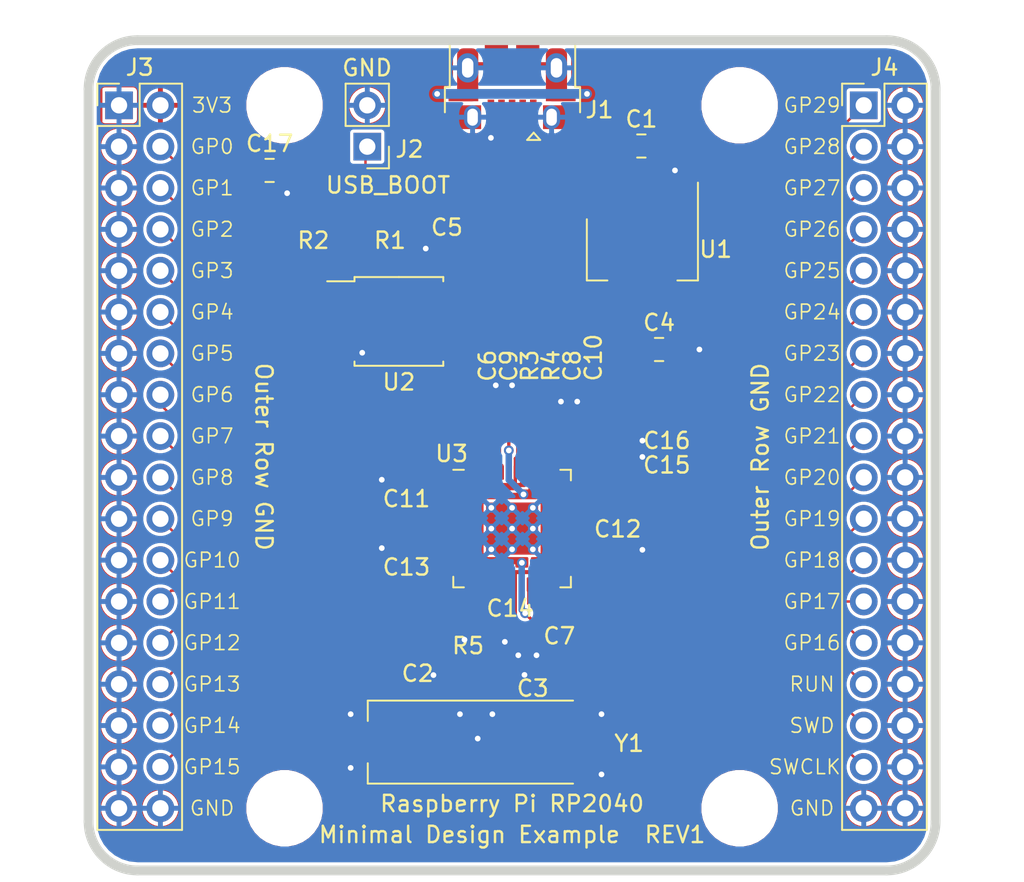
<source format=kicad_pcb>
(kicad_pcb (version 20211014) (generator pcbnew)
  (title_block (title "RP2040 Minimal Design Example") (date "2020-07-13") (rev "REV1") (company "Raspberry Pi (Trading) Ltd"))
  (layers (0 "F.Cu" signal) (31 "B.Cu" signal) (34 "B.Paste" user) (35 "F.Paste" user) (36 "B.SilkS" user "B.Silkscreen") (37 "F.SilkS" user "F.Silkscreen") (38 "B.Mask" user) (39 "F.Mask" user) (44 "Edge.Cuts" user))
  (net 0 "")
  (net 1 "GND")
  (net 2 "VBUS")
  (net 3 "/XIN")
  (net 4 "/XOUT")
  (net 5 "+3V3")
  (net 6 "+1V1")
  (net 7 "Net-(J1-Pad4)")
  (net 8 "/~{USB_BOOT}")
  (net 9 "/GPIO15")
  (net 10 "/GPIO14")
  (net 11 "/GPIO13")
  (net 12 "/GPIO12")
  (net 13 "/GPIO11")
  (net 14 "/GPIO10")
  (net 15 "/GPIO9")
  (net 16 "/GPIO8")
  (net 17 "/GPIO7")
  (net 18 "/GPIO6")
  (net 19 "/GPIO5")
  (net 20 "/GPIO4")
  (net 21 "/GPIO3")
  (net 22 "/GPIO2")
  (net 23 "/GPIO1")
  (net 24 "/GPIO0")
  (net 25 "/GPIO29_ADC3")
  (net 26 "/GPIO28_ADC2")
  (net 27 "/GPIO27_ADC1")
  (net 28 "/GPIO26_ADC0")
  (net 29 "/GPIO25")
  (net 30 "/GPIO24")
  (net 31 "/GPIO23")
  (net 32 "/GPIO22")
  (net 33 "/GPIO21")
  (net 34 "/GPIO20")
  (net 35 "/GPIO19")
  (net 36 "/GPIO18")
  (net 37 "/GPIO17")
  (net 38 "/GPIO16")
  (net 39 "/RUN")
  (net 40 "/SWD")
  (net 41 "/SWCLK")
  (net 42 "/QSPI_SS")
  (net 43 "Net-(R3-Pad2)")
  (net 44 "Net-(R4-Pad2)")
  (net 45 "/QSPI_SD3")
  (net 46 "/QSPI_SCLK")
  (net 47 "/QSPI_SD0")
  (net 48 "/QSPI_SD2")
  (net 49 "/QSPI_SD1")
  (net 50 "/USB_D+")
  (net 51 "/USB_D-")
  (net 52 "Net-(C3-Pad1)")
  (footprint "Capacitor_SMD:C_0805_2012Metric" (layer "F.Cu") (at 109.025 89)
    (fp_text reference "C4")
    (fp_text value "10u")
  )
  (footprint "RP2040_minimal:USB_Micro-B_Amphenol_10103594-0001LF_Horizontal_modified" (layer "F.Cu") (at 100 71.7 180)
    (fp_text reference "J1")
    (fp_text value "USB_B_Micro")
  )
  (footprint "Connector_PinHeader_2.54mm:PinHeader_1x02_P2.54mm_Vertical" (layer "F.Cu") (at 91.11 76.54 180)
    (fp_text reference "J2")
    (fp_text value "Conn_01x02")
  )
  (footprint "Connector_PinHeader_2.54mm:PinHeader_2x18_P2.54mm_Vertical" (layer "F.Cu") (at 75.87 74)
    (fp_text reference "J3")
    (fp_text value "Conn_02x18_Odd_Even")
  )
  (footprint "Capacitor_SMD:C_0402_1005Metric" (layer "F.Cu") (at 104 93.515 90)
    (fp_text reference "C10")
    (fp_text value "1u")
  )
  (footprint "Capacitor_SMD:C_0402_1005Metric" (layer "F.Cu") (at 103 93.515 90)
    (fp_text reference "C8")
    (fp_text value "1u")
  )
  (footprint "Capacitor_SMD:C_0402_1005Metric" (layer "F.Cu") (at 93.515 101.2 180)
    (fp_text reference "C13")
    (fp_text value "100n")
  )
  (footprint "Capacitor_SMD:C_0402_1005Metric" (layer "F.Cu") (at 96.185 82.83 180)
    (fp_text reference "C5")
    (fp_text value "100n")
  )
  (footprint "Capacitor_SMD:C_0402_1005Metric" (layer "F.Cu") (at 89.5 82.315 -90)
    (fp_text reference "R2")
    (fp_text value "DNF")
  )
  (footprint "Connector_PinHeader_2.54mm:PinHeader_2x18_P2.54mm_Vertical" (layer "F.Cu") (at 121.59 74)
    (fp_text reference "J4")
    (fp_text value "Conn_02x18_Odd_Even")
  )
  (footprint "Package_TO_SOT_SMD:SOT-223-3_TabPin2" (layer "F.Cu") (at 108 82.85 -90)
    (fp_text reference "U1")
    (fp_text value "NCP1117-3.3_SOT223")
  )
  (footprint "Package_SO:SOIC-8_5.23x5.23mm_P1.27mm" (layer "F.Cu") (at 93.05 87.275)
    (fp_text reference "U2")
    (fp_text value "W25Q128JVS")
  )
  (footprint "Capacitor_SMD:C_0402_1005Metric" (layer "F.Cu") (at 99.485 109)
    (fp_text reference "C3")
    (fp_text value "27p")
  )
  (footprint "Capacitor_SMD:C_0402_1005Metric" (layer "F.Cu") (at 91 82.315 90)
    (fp_text reference "R1")
    (fp_text value "1k")
  )
  (footprint "Capacitor_SMD:C_0402_1005Metric" (layer "F.Cu") (at 100 92.515 90)
    (fp_text reference "C9")
    (fp_text value "100n")
  )
  (footprint "Capacitor_SMD:C_0402_1005Metric" (layer "F.Cu") (at 106.485 101.2)
    (fp_text reference "C12")
    (fp_text value "100n")
  )
  (footprint "Capacitor_SMD:C_0402_1005Metric" (layer "F.Cu") (at 100.381 106.485 -90)
    (fp_text reference "C14")
    (fp_text value "100n")
  )
  (footprint "Capacitor_SMD:C_0402_1005Metric" (layer "F.Cu") (at 101 93.515 -90)
    (fp_text reference "R3")
    (fp_text value "27")
  )
  (footprint "Capacitor_SMD:C_0402_1005Metric" (layer "F.Cu") (at 101.5 106.485 -90)
    (fp_text reference "C7")
    (fp_text value "100n")
  )
  (footprint "Capacitor_SMD:C_0805_2012Metric" (layer "F.Cu") (at 107.9375 76.5)
    (fp_text reference "C1")
    (fp_text value "10u")
  )
  (footprint "Capacitor_SMD:C_0402_1005Metric" (layer "F.Cu") (at 93.515 97 180)
    (fp_text reference "C11")
    (fp_text value "100n")
  )
  (footprint "Capacitor_SMD:C_0402_1005Metric" (layer "F.Cu") (at 106.485 94.6)
    (fp_text reference "C16")
    (fp_text value "100n")
  )
  (footprint "RP2040_minimal:RP2040-QFN-56" (layer "F.Cu") (at 100 100)
    (fp_text reference "U3")
    (fp_text value "RP2040")
  )
  (footprint "Capacitor_SMD:C_0402_1005Metric" (layer "F.Cu") (at 96.515 109 180)
    (fp_text reference "C2")
    (fp_text value "27p")
  )
  (footprint "MountingHole:MountingHole_2.7mm_M2.5" (layer "F.Cu") (at 113.97 74)
    (fp_text reference "H2" hide)
    (fp_text value "MountingHole")
  )
  (footprint "Capacitor_SMD:C_0402_1005Metric" (layer "F.Cu") (at 102 93.515 -90)
    (fp_text reference "R4")
    (fp_text value "27")
  )
  (footprint "MountingHole:MountingHole_2.7mm_M2.5" (layer "F.Cu") (at 113.97 117.18)
    (fp_text reference "H3" hide)
    (fp_text value "MountingHole")
  )
  (footprint "Capacitor_SMD:C_0402_1005Metric" (layer "F.Cu") (at 99 92.515 90)
    (fp_text reference "C6")
    (fp_text value "100n")
  )
  (footprint "Capacitor_SMD:C_0402_1005Metric" (layer "F.Cu") (at 106.485 96)
    (fp_text reference "C15")
    (fp_text value "100n")
  )
  (footprint "Capacitor_SMD:C_0402_1005Metric" (layer "F.Cu") (at 98.7 107.115 -90)
    (fp_text reference "R5")
    (fp_text value "1k")
  )
  (footprint "MountingHole:MountingHole_2.7mm_M2.5" (layer "F.Cu") (at 86.03 74)
    (fp_text reference "H1" hide)
    (fp_text value "MountingHole")
  )
  (footprint "MountingHole:MountingHole_2.7mm_M2.5" (layer "F.Cu") (at 86.03 117.18)
    (fp_text reference "H4" hide)
    (fp_text value "MountingHole")
  )
  (footprint "RP2040_minimal:Crystal_SMD_HC49-US" (layer "F.Cu") (at 97.841 113.116)
    (fp_text reference "Y1")
    (fp_text value "ABLS-12.000MHZ-B4-T")
  )
  (footprint "Capacitor_SMD:C_0805_2012Metric" (layer "F.Cu") (at 85.115 78)
    (fp_text reference "C17")
    (fp_text value "10u")
  )
  (gr_line (start 123 121) (end 77 121) (layer "Edge.Cuts") (width 0.6))
  (gr_line (start 126 73) (end 126 118) (layer "Edge.Cuts") (width 0.6))
  (gr_line (start 77 70) (end 123 70) (layer "Edge.Cuts") (width 0.6))
  (gr_line (start 74 118) (end 74 73) (layer "Edge.Cuts") (width 0.6))
  (gr_arc (start 126 118) (mid 125.12132 120.12132) (end 123 121) (layer "Edge.Cuts") (width 0.6))
  (gr_arc (start 77 121) (mid 74.87868 120.12132) (end 74 118) (layer "Edge.Cuts") (width 0.6))
  (gr_arc (start 123 70) (mid 125.12132 70.87868) (end 126 73) (layer "Edge.Cuts") (width 0.6))
  (gr_arc (start 74 73) (mid 74.87868 70.87868) (end 77 70) (layer "Edge.Cuts") (width 0.6))
  (gr_text "GP1" (at 81.585 79.08) (layer "F.SilkS") (effects (font (size 0.9 0.9) (thickness 0.1))))
  (gr_text "GP2" (at 81.585 81.62) (layer "F.SilkS") (effects (font (size 0.9 0.9) (thickness 0.1))))
  (gr_text "GP3" (at 81.585 84.16) (layer "F.SilkS") (effects (font (size 0.9 0.9) (thickness 0.1))))
  (gr_text "GP4" (at 81.585 86.7) (layer "F.SilkS") (effects (font (size 0.9 0.9) (thickness 0.1))))
  (gr_text "GP5" (at 81.585 89.24) (layer "F.SilkS") (effects (font (size 0.9 0.9) (thickness 0.1))))
  (gr_text "GP6" (at 81.585 91.78) (layer "F.SilkS") (effects (font (size 0.9 0.9) (thickness 0.1))))
  (gr_text "GP7" (at 81.585 94.32) (layer "F.SilkS") (effects (font (size 0.9 0.9) (thickness 0.1))))
  (gr_text "GP8" (at 81.585 96.86) (layer "F.SilkS") (effects (font (size 0.9 0.9) (thickness 0.1))))
  (gr_text "GP9" (at 81.585 99.4) (layer "F.SilkS") (effects (font (size 0.9 0.9) (thickness 0.1))))
  (gr_text "GP11" (at 81.585 104.48) (layer "F.SilkS") (effects (font (size 0.9 0.9) (thickness 0.1))))
  (gr_text "GP10" (at 81.585 101.94) (layer "F.SilkS") (effects (font (size 0.9 0.9) (thickness 0.1))))
  (gr_text "GP12" (at 81.585 107.02) (layer "F.SilkS") (effects (font (size 0.9 0.9) (thickness 0.1))))
  (gr_text "GP13" (at 81.585 109.56) (layer "F.SilkS") (effects (font (size 0.9 0.9) (thickness 0.1))))
  (gr_text "GP15" (at 81.585 114.64) (layer "F.SilkS") (effects (font (size 0.9 0.9) (thickness 0.1))))
  (gr_text "GP14" (at 81.585 112.1) (layer "F.SilkS") (effects (font (size 0.9 0.9) (thickness 0.1))))
  (gr_text "GP28" (at 118.415 76.54) (layer "F.SilkS") (effects (font (size 0.9 0.9) (thickness 0.1))))
  (gr_text "GP27" (at 118.415 79.08) (layer "F.SilkS") (effects (font (size 0.9 0.9) (thickness 0.1))))
  (gr_text "GP26" (at 118.415 81.62) (layer "F.SilkS") (effects (font (size 0.9 0.9) (thickness 0.1))))
  (gr_text "GP25" (at 118.415 84.16) (layer "F.SilkS") (effects (font (size 0.9 0.9) (thickness 0.1))))
  (gr_text "GP24" (at 118.415 86.7) (layer "F.SilkS") (effects (font (size 0.9 0.9) (thickness 0.1))))
  (gr_text "GP23" (at 118.415 89.24) (layer "F.SilkS") (effects (font (size 0.9 0.9) (thickness 0.1))))
  (gr_text "GP21" (at 118.415 94.32) (layer "F.SilkS") (effects (font (size 0.9 0.9) (thickness 0.1))))
  (gr_text "GP20" (at 118.415 96.86) (layer "F.SilkS") (effects (font (size 0.9 0.9) (thickness 0.1))))
  (gr_text "GP19" (at 118.415 99.4) (layer "F.SilkS") (effects (font (size 0.9 0.9) (thickness 0.1))))
  (gr_text "GP17" (at 118.415 104.48) (layer "F.SilkS") (effects (font (size 0.9 0.9) (thickness 0.1))))
  (gr_text "GP22" (at 118.415 91.78) (layer "F.SilkS") (effects (font (size 0.9 0.9) (thickness 0.1))))
  (gr_text "GP18" (at 118.415 101.94) (layer "F.SilkS") (effects (font (size 0.9 0.9) (thickness 0.1))))
  (gr_text "SWCLK" (at 117.9705 114.64) (layer "F.SilkS") (effects (font (size 0.9 0.9) (thickness 0.1))))
  (gr_text "SWD" (at 118.415 112.1) (layer "F.SilkS") (effects (font (size 0.9 0.9) (thickness 0.1))))
  (gr_text "GP16" (at 118.415 107.02) (layer "F.SilkS") (effects (font (size 0.9 0.9) (thickness 0.1))))
  (gr_text "RUN" (at 118.415 109.56) (layer "F.SilkS") (effects (font (size 0.9 0.9) (thickness 0.1))))
  (gr_text "GND" (at 81.585 117.18) (layer "F.SilkS") (effects (font (size 0.9 0.9) (thickness 0.1))))
  (gr_text "GND" (at 118.415 117.18) (layer "F.SilkS") (effects (font (size 0.9 0.9) (thickness 0.1))))
  (gr_text "GP29" (at 118.415 74) (layer "F.SilkS") (effects (font (size 0.9 0.9) (thickness 0.1))))
  (gr_text "Outer Row GND" (at 84.76 95.59 270) (layer "F.SilkS") (effects (font (size 1 1))))
  (gr_text "Outer Row GND" (at 115.24 95.59 90) (layer "F.SilkS") (effects (font (size 1 1))))
  (gr_text "Raspberry Pi RP2040" (at 100 116.9) (layer "F.SilkS") (effects (font (size 1 1))))
  (gr_text "GP0" (at 81.585 76.54) (layer "F.SilkS") (effects (font (size 0.9 0.9) (thickness 0.1))))
  (gr_text "GND" (at 91.1 71.7) (layer "F.SilkS") (effects (font (size 1 1))))
  (gr_text "\nUSB_BOOT" (at 92.38 78.1) (layer "F.SilkS") (effects (font (size 1 1))))
  (gr_text "3V3" (at 81.585 74) (layer "F.SilkS") (effects (font (size 0.9 0.9) (thickness 0.1))))
  (gr_text "Minimal Design Example  REV1" (at 100 118.8) (layer "F.SilkS") (effects (font (size 1 1))))
  (segment (start 93.03 101.2) (end 92 101.2) (width 0.2) (layer "F.Cu") (net 1))
  (segment (start 110.3 79.7) (end 110.3 78.3) (width 0.2) (layer "F.Cu") (net 1))
  (segment (start 99.97 109) (end 99.97 108.68) (width 0.15) (layer "F.Cu") (net 1))
  (segment (start 96.8 111.65) (end 96.8 110.599974) (width 0.2) (layer "F.Cu") (net 1))
  (segment (start 100 92.03) (end 100 91.2) (width 0.2) (layer "F.Cu") (net 1))
  (segment (start 95.7 82.83) (end 95.405 82.83) (width 0.2) (layer "F.Cu") (net 1))
  (segment (start 107.075 101.305) (end 108 101.305) (width 0.2) (layer "F.Cu") (net 1))
  (segment (start 106.97 101.2) (end 107.075 101.305) (width 0.2) (layer "F.Cu") (net 1))
  (segment (start 98.7 74.6) (end 98.7 76) (width 0.2) (layer "F.Cu") (net 1))
  (segment (start 100.381 106.97) (end 100.381 107.781984) (width 0.2) (layer "F.Cu") (net 1))
  (segment (start 99.04 71.45) (end 97.54 71.45) (width 0.2) (layer "F.Cu") (net 1))
  (segment (start 99.5555 108.2655) (end 99.5555 108.0995) (width 0.15) (layer "F.Cu") (net 1))
  (segment (start 86.19 79) (end 86.19 79.1) (width 0.15) (layer "F.Cu") (net 1))
  (segment (start 100.7505 109) (end 100.762 108.9885) (width 0.15) (layer "F.Cu") (net 1))
  (segment (start 110.3 78.3) (end 110 78) (width 0.2) (layer "F.Cu") (net 1))
  (segment (start 97.54 71.45) (end 97.27 71.72) (width 0.2) (layer "F.Cu") (net 1))
  (segment (start 99 113.35) (end 99 114.4) (width 0.2) (layer "F.Cu") (net 1))
  (segment (start 99 103.4375) (end 99 104.6545) (width 0.15) (layer "F.Cu") (net 1))
  (segment (start 108.875 76.875) (end 110 78) (width 0.2) (layer "F.Cu") (net 1))
  (segment (start 106.97 96) (end 107.6 96) (width 0.15) (layer "F.Cu") (net 1))
  (segment (start 99 104.6545) (end 97.079 106.5755) (width 0.15) (layer "F.Cu") (net 1))
  (segment (start 108.875 76.5) (end 108.875 76.875) (width 0.2) (layer "F.Cu") (net 1))
  (segment (start 89.45 89.18) (end 90.78 89.18) (width 0.2) (layer "F.Cu") (net 1))
  (segment (start 95.375 82.8) (end 94.7 82.8) (width 0.2) (layer "F.Cu") (net 1))
  (segment (start 107.6 96) (end 108 95.6) (width 0.15) (layer "F.Cu") (net 1))
  (segment (start 86.14 78) (end 86.14 79.25) (width 0.15) (layer "F.Cu") (net 1))
  (segment (start 86.14 78.95) (end 86.19 79) (width 0.15) (layer "F.Cu") (net 1))
  (segment (start 96.03 109) (end 95.174 109) (width 0.2) (layer "F.Cu") (net 1))
  (segment (start 100.96 71.45) (end 102.46 71.45) (width 0.2) (layer "F.Cu") (net 1))
  (segment (start 104 93.03) (end 104 92.2) (width 0.2) (layer "F.Cu") (net 1))
  (segment (start 99 92.03) (end 99 91.200008) (width 0.2) (layer "F.Cu") (net 1))
  (segment (start 102.46 71.45) (end 102.73 71.72) (width 0.2) (layer "F.Cu") (net 1))
  (segment (start 103 93.03) (end 103 92.2) (width 0.2) (layer "F.Cu") (net 1))
  (segment (start 90.78 89.18) (end 90.8 89.2) (width 0.2) (layer "F.Cu") (net 1))
  (segment (start 97.079 106.5755) (end 97.079 106.8295) (width 0.15) (layer "F.Cu") (net 1))
  (segment (start 95.405 82.83) (end 95.375 82.8) (width 0.2) (layer "F.Cu") (net 1))
  (segment (start 99.97 108.68) (end 99.5555 108.2655) (width 0.15) (layer "F.Cu") (net 1))
  (segment (start 106.97 94.6) (end 108 94.6) (width 0.2) (layer "F.Cu") (net 1))
  (segment (start 100.381 107.781984) (end 100.380994 107.78199) (width 0.2) (layer "F.Cu") (net 1))
  (segment (start 101.5 106.97) (end 101.5 107.782004) (width 0.2) (layer "F.Cu") (net 1))
  (segment (start 99.97 109) (end 100.7505 109) (width 0.15) (layer "F.Cu") (net 1))
  (segment (start 93.03 97) (end 92 97) (width 0.2) (layer "F.Cu") (net 1))
  (segment (start 110.05 89) (end 111.5 89) (width 0.2) (layer "F.Cu") (net 1))
  (via (at 99.5555 106.9565) (size 0.6) (drill 0.35) (layers "F.Cu" "B.Cu") (net 1))
  (via (at 97.89 112.9) (size 0.6) (drill 0.35) (layers "F.Cu" "B.Cu") (net 1))
  (via (at 98.79 111.4) (size 0.6) (drill 0.35) (layers "F.Cu" "B.Cu") (net 1))
  (via (at 90.09 114.7) (size 0.6) (drill 0.35) (layers "F.Cu" "B.Cu") (net 1))
  (via (at 90.09 111.4) (size 0.6) (drill 0.35) (layers "F.Cu" "B.Cu") (net 1))
  (via (at 105.49 111.4) (size 0.6) (drill 0.35) (layers "F.Cu" "B.Cu") (net 1))
  (via (at 98.7 76) (size 0.6) (drill 0.35) (layers "F.Cu" "B.Cu") (net 1))
  (via (at 108 95.6) (size 0.6) (drill 0.35) (layers "F.Cu" "B.Cu") (net 1))
  (via (at 111.5 89) (size 0.6) (drill 0.35) (layers "F.Cu" "B.Cu") (net 1))
  (via (at 86.19 79.4) (size 0.6) (drill 0.35) (layers "F.Cu" "B.Cu") (net 1))
  (via (at 97.079 106.8295) (size 0.6) (drill 0.35) (layers "F.Cu" "B.Cu") (net 1))
  (via (at 100 91.2) (size 0.6) (drill 0.35) (layers "F.Cu" "B.Cu") (net 1))
  (via (at 105.49 115.1) (size 0.6) (drill 0.35) (layers "F.Cu" "B.Cu") (net 1))
  (via (at 101.5 107.782004) (size 0.6) (drill 0.35) (layers "F.Cu" "B.Cu") (net 1))
  (via (at 94.7 82.8) (size 0.6) (drill 0.35) (layers "F.Cu" "B.Cu") (net 1))
  (via (at 110 78) (size 0.6) (drill 0.35) (layers "F.Cu" "B.Cu") (net 1))
  (via (at 90.8 89.2) (size 0.6) (drill 0.35) (layers "F.Cu" "B.Cu") (net 1))
  (via (at 92 101.2) (size 0.6) (drill 0.35) (layers "F.Cu" "B.Cu") (net 1))
  (via (at 103 92.2) (size 0.6) (drill 0.35) (layers "F.Cu" "B.Cu") (net 1))
  (via (at 96.8 111.4) (size 0.6) (drill 0.35) (layers "F.Cu" "B.Cu") (net 1))
  (via (at 100.762 108.9885) (size 0.6) (drill 0.35) (layers "F.Cu" "B.Cu") (net 1))
  (via (at 100.380994 107.78199) (size 0.6) (drill 0.35) (layers "F.Cu" "B.Cu") (net 1))
  (via (at 104 92.2) (size 0.6) (drill 0.35) (layers "F.Cu" "B.Cu") (net 1))
  (via (at 92 97) (size 0.6) (drill 0.35) (layers "F.Cu" "B.Cu") (net 1))
  (via (at 108 94.6) (size 0.6) (drill 0.35) (layers "F.Cu" "B.Cu") (net 1))
  (via (at 95.174 109) (size 0.6) (drill 0.35) (layers "F.Cu" "B.Cu") (net 1))
  (via (at 99 91.200008) (size 0.6) (drill 0.35) (layers "F.Cu" "B.Cu") (net 1))
  (via (at 108 101.305) (size 0.6) (drill 0.35) (layers "F.Cu" "B.Cu") (net 1))
  (segment (start 103.8 93) (end 103.299999 92.499999) (width 0.2) (layer "B.Cu") (net 1))
  (segment (start 103.299999 92.499999) (end 103 92.2) (width 0.2) (layer "B.Cu") (net 1))
  (segment (start 104 93) (end 103.8 93) (width 0.2) (layer "B.Cu") (net 1))
  (segment (start 101.3 75.5) (end 102.1 76.3) (width 0.4) (layer "F.Cu") (net 2))
  (segment (start 101.3 74.525) (end 101.3 75.5) (width 0.4) (layer "F.Cu") (net 2))
  (segment (start 97.8 108.2) (end 97 109) (width 0.15) (layer "F.Cu") (net 3))
  (segment (start 96.317 113.116) (end 93.341 113.116) (width 0.15) (layer "F.Cu") (net 3))
  (segment (start 97.6505 109.6505) (end 97.6505 111.7825) (width 0.15) (layer "F.Cu") (net 3))
  (segment (start 99.4 103.4375) (end 99.4 104.937861) (width 0.15) (layer "F.Cu") (net 3))
  (segment (start 97.8 106.537861) (end 97.8 108.2) (width 0.15) (layer "F.Cu") (net 3))
  (segment (start 99.4 104.937861) (end 97.8 106.537861) (width 0.15) (layer "F.Cu") (net 3))
  (segment (start 97 109) (end 97.6505 109.6505) (width 0.15) (layer "F.Cu") (net 3))
  (segment (start 97.6505 111.7825) (end 96.317 113.116) (width 0.15) (layer "F.Cu") (net 3))
  (segment (start 99.8 105.1) (end 98.7 106.2) (width 0.15) (layer "F.Cu") (net 4))
  (segment (start 98.7 106.2) (end 98.7 106.63) (width 0.15) (layer "F.Cu") (net 4))
  (segment (start 99.8 103.4375) (end 99.8 105.1) (width 0.15) (layer "F.Cu") (net 4))
  (segment (start 102.6 96.5625) (end 102.6 97.4) (width 0.2) (layer "F.Cu") (net 5))
  (segment (start 100.701 106) (end 100.9525 106.2515) (width 0.15) (layer "F.Cu") (net 5))
  (segment (start 101.096505 108.307005) (end 102.141995 108.307005) (width 0.15) (layer "F.Cu") (net 5))
  (segment (start 100 93) (end 100 93.762534) (width 0.2) (layer "F.Cu") (net 5))
  (segment (start 100.350001 94.112535) (end 100.350001 95.549999) (width 0.2) (layer "F.Cu") (net 5))
  (segment (start 102.2 96.1) (end 103.6 94.7) (width 0.2) (layer "F.Cu") (net 5))
  (segment (start 102.2 97.2) (end 102.4 97.4) (width 0.2) (layer "F.Cu") (net 5))
  (segment (start 100.2 103.4375) (end 100.2 102.8) (width 0.2) (layer "F.Cu") (net 5))
  (segment (start 100.9525 106.2515) (end 100.9525 108.163) (width 0.15) (layer "F.Cu") (net 5))
  (segment (start 105.8 101) (end 106 101.2) (width 0.2) (layer "F.Cu") (net 5))
  (segment (start 94.2 101) (end 94 101.2) (width 0.2) (layer "F.Cu") (net 5))
  (segment (start 74.7 72.9) (end 74.7 75.2) (width 0.3) (layer "F.Cu") (net 5))
  (segment (start 96.5625 101) (end 97.4 101) (width 0.2) (layer "F.Cu") (net 5))
  (segment (start 100.2 96.5625) (end 100.2 97.4) (width 0.2) (layer "F.Cu") (net 5))
  (segment (start 100.9525 108.163) (end 101.096505 108.307005) (width 0.15) (layer "F.Cu") (net 5))
  (segment (start 100.2 95.7) (end 100.2 96.5625) (width 0.2) (layer "F.Cu") (net 5))
  (segment (start 103.4375 101) (end 102.6 101) (width 0.2) (layer "F.Cu") (net 5))
  (segment (start 100.6 96.5625) (end 100.6 97.2) (width 0.2) (layer "F.Cu") (net 5))
  (segment (start 102.2 96.5625) (end 102.2 97.2) (width 0.2) (layer "F.Cu") (net 5))
  (segment (start 100.6 96.5625) (end 100.6 95.799998) (width 0.2) (layer "F.Cu") (net 5))
  (segment (start 100.6 97.2) (end 100.4 97.4) (width 0.2) (layer "F.Cu") (net 5))
  (segment (start 96.65 82.85) (end 96.67 82.83) (width 0.2) (layer "F.Cu") (net 5))
  (segment (start 100.350001 95.549999) (end 100.2 95.7) (width 0.2) (layer "F.Cu") (net 5))
  (segment (start 102.2 96.5625) (end 102.2 96.1) (width 0.2) (layer "F.Cu") (net 5))
  (segment (start 100.2 105.5055) (end 100.381 105.6865) (width 0.2) (layer "F.Cu") (net 5))
  (segment (start 96.65 85.37) (end 96.65 82.85) (width 0.2) (layer "F.Cu") (net 5))
  (segment (start 100.6 95.799998) (end 100.350001 95.549999) (width 0.2) (layer "F.Cu") (net 5))
  (segment (start 103.4375 97.4) (end 102.6 97.4) (width 0.2) (layer "F.Cu") (net 5))
  (segment (start 100.2 97.4) (end 100.2 97) (width 0.2) (layer "F.Cu") (net 5))
  (segment (start 100.2 102.8) (end 100 102.6) (width 0.2) (layer "F.Cu") (net 5))
  (segment (start 96.5625 97.4) (end 95.7 97.4) (width 0.2) (layer "F.Cu") (net 5))
  (segment (start 100 93.762534) (end 100.350001 94.112535) (width 0.2) (layer "F.Cu") (net 5))
  (segment (start 100.381 106) (end 100.701 106) (width 0.15) (layer "F.Cu") (net 5))
  (segment (start 108 86) (end 108 89) (width 0.2) (layer "F.Cu") (net 5))
  (segment (start 96.5625 101) (end 94.2 101) (width 0.2) (layer "F.Cu") (net 5))
  (segment (start 100.381 105.6865) (end 100.381 106) (width 0.2) (layer "F.Cu") (net 5))
  (segment (start 96.5625 97.4) (end 97.4 97.4) (width 0.2) (layer "F.Cu") (net 5))
  (segment (start 103.4375 101) (end 105.8 101) (width 0.2) (layer "F.Cu") (net 5))
  (segment (start 100.2 103.4375) (end 100.2 105.5055) (width 0.2) (layer "F.Cu") (net 5))
  (via (at 104.6 73.3) (size 0.6) (drill 0.35) (layers "F.Cu" "B.Cu") (net 5))
  (via (at 95.4 73.3) (size 0.6) (drill 0.35) (layers "F.Cu" "B.Cu") (net 5))
  (segment (start 104.6 73.3) (end 95.4 73.3) (width 0.6) (layer "B.Cu") (net 5))
  (segment (start 99.8 96.5625) (end 99.8 95.199994) (width 0.2) (layer "F.Cu") (net 6))
  (segment (start 100.6 103.4375) (end 100.6 105) (width 0.2) (layer "F.Cu") (net 6))
  (segment (start 99.8 94.095) (end 99.8 94.77573) (width 0.2) (layer "F.Cu") (net 6))
  (segment (start 99.8 94.77573) (end 99.8 95.199994) (width 0.2) (layer "F.Cu") (net 6))
  (segment (start 99 93.295) (end 99.8 94.095) (width 0.2) (layer "F.Cu") (net 6))
  (segment (start 100.5 97.9) (end 100.7 97.9) (width 0.15) (layer "F.Cu") (net 6))
  (segment (start 99 93) (end 99 93.295) (width 0.2) (layer "F.Cu") (net 6))
  (segment (start 101.8 95.8) (end 103 94.6) (width 0.2) (layer "F.Cu") (net 6))
  (segment (start 101.5 106) (end 101.5 105.9) (width 0.2) (layer "F.Cu") (net 6))
  (segment (start 103 94.6) (end 103 94) (width 0.2) (layer "F.Cu") (net 6))
  (segment (start 101.5 105.9) (end 100.8 105.2) (width 0.2) (layer "F.Cu") (net 6))
  (segment (start 101.8 96.5625) (end 101.8 97.4) (width 0.2) (layer "F.Cu") (net 6))
  (segment (start 100.6 105) (end 100.8 105.2) (width 0.2) (layer "F.Cu") (net 6))
  (segment (start 101.8 96.5625) (end 101.8 95.8) (width 0.2) (layer "F.Cu") (net 6))
  (segment (start 100.4 98) (end 100.5 97.9) (width 0.15) (layer "F.Cu") (net 6))
  (via (at 99.8 95.199994) (size 0.6) (drill 0.35) (layers "F.Cu" "B.Cu") (net 6))
  (via (at 100.7 97.9) (size 0.6) (drill 0.35) (layers "F.Cu" "B.Cu") (net 6))
  (via (at 100.59997 102.1) (size 0.6) (drill 0.35) (layers "F.Cu" "B.Cu") (net 6))
  (via (at 100.8 105.2) (size 0.6) (drill 0.35) (layers "F.Cu" "B.Cu") (net 6))
  (segment (start 100.59 104.99) (end 100.59 102.10997) (width 0.4) (layer "B.Cu") (net 6))
  (segment (start 100.69 97.9) (end 100.7 97.9) (width 0.4) (layer "B.Cu") (net 6))
  (segment (start 100.8 105.2) (end 100.59 104.99) (width 0.4) (layer "B.Cu") (net 6))
  (segment (start 99.8 97.01) (end 100.69 97.9) (width 0.4) (layer "B.Cu") (net 6))
  (segment (start 100.59 102.10997) (end 100.59997 102.1) (width 0.4) (layer "B.Cu") (net 6))
  (segment (start 99.8 95.199994) (end 99.8 97.01) (width 0.4) (layer "B.Cu") (net 6))
  (segment (start 91 81.83) (end 91 76.65) (width 0.15) (layer "F.Cu") (net 8))
  (segment (start 91 76.65) (end 91.11 76.54) (width 0.15) (layer "F.Cu") (net 8))
  (segment (start 98.6 104.437861) (end 96.687861 106.35) (width 0.15) (layer "F.Cu") (net 9))
  (segment (start 98.6 103.4375) (end 98.6 104.437861) (width 0.15) (layer "F.Cu") (net 9))
  (segment (start 96.687861 106.35) (end 86.7 106.35) (width 0.15) (layer "F.Cu") (net 9))
  (segment (start 86.7 106.35) (end 78.41 114.64) (width 0.15) (layer "F.Cu") (net 9))
  (segment (start 98.2 104.19) (end 96.675 105.715) (width 0.15) (layer "F.Cu") (net 10))
  (segment (start 84.795 105.715) (end 78.41 112.1) (width 0.15) (layer "F.Cu") (net 10))
  (segment (start 96.675 105.715) (end 84.795 105.715) (width 0.15) (layer "F.Cu") (net 10))
  (segment (start 98.2 103.4375) (end 98.2 104.19) (width 0.15) (layer "F.Cu") (net 10))
  (segment (start 96.595 105.08) (end 82.89 105.08) (width 0.15) (layer "F.Cu") (net 11))
  (segment (start 97.8 103.875) (end 96.595 105.08) (width 0.15) (layer "F.Cu") (net 11))
  (segment (start 97.8 103.4375) (end 97.8 103.875) (width 0.15) (layer "F.Cu") (net 11))
  (segment (start 82.89 105.08) (end 78.41 109.56) (width 0.15) (layer "F.Cu") (net 11))
  (segment (start 80.985 104.445) (end 78.41 107.02) (width 0.15) (layer "F.Cu") (net 12))
  (segment (start 97.4 103.4375) (end 97.3 103.5375) (width 0.15) (layer "F.Cu") (net 12))
  (segment (start 97.0975 103.5375) (end 96.19 104.445) (width 0.15) (layer "F.Cu") (net 12))
  (segment (start 96.19 104.445) (end 80.985 104.445) (width 0.15) (layer "F.Cu") (net 12))
  (segment (start 97.3 103.5375) (end 97.0975 103.5375) (width 0.15) (layer "F.Cu") (net 12))
  (segment (start 94.92 103.81) (end 79.08 103.81) (width 0.15) (layer "F.Cu") (net 13))
  (segment (start 79.08 103.81) (end 78.41 104.48) (width 0.15) (layer "F.Cu") (net 13))
  (segment (start 96.5625 102.6) (end 96.13 102.6) (width 0.15) (layer "F.Cu") (net 13))
  (segment (start 96.13 102.6) (end 94.92 103.81) (width 0.15) (layer "F.Cu") (net 13))
  (segment (start 94.285 103.175) (end 79.645 103.175) (width 0.15) (layer "F.Cu") (net 14))
  (segment (start 96.5625 102.2) (end 95.26 102.2) (width 0.15) (layer "F.Cu") (net 14))
  (segment (start 79.645 103.175) (end 78.41 101.94) (width 0.15) (layer "F.Cu") (net 14))
  (segment (start 95.26 102.2) (end 94.285 103.175) (width 0.15) (layer "F.Cu") (net 14))
  (segment (start 95.025 101.8) (end 94.285 102.54) (width 0.15) (layer "F.Cu") (net 15))
  (segment (start 96.5625 101.8) (end 95.025 101.8) (width 0.15) (layer "F.Cu") (net 15))
  (segment (start 81.55 102.54) (end 78.41 99.4) (width 0.15) (layer "F.Cu") (net 15))
  (segment (start 94.285 102.54) (end 81.55 102.54) (width 0.15) (layer "F.Cu") (net 15))
  (segment (start 83.455 101.905) (end 78.41 96.86) (width 0.15) (layer "F.Cu") (net 16))
  (segment (start 94.79 101.4) (end 94.285 101.905) (width 0.15) (layer "F.Cu") (net 16))
  (segment (start 96.5625 101.4) (end 94.79 101.4) (width 0.15) (layer "F.Cu") (net 16))
  (segment (start 94.285 101.905) (end 83.455 101.905) (width 0.15) (layer "F.Cu") (net 16))
  (segment (start 84.69 100.6) (end 78.41 94.32) (width 0.15) (layer "F.Cu") (net 17))
  (segment (start 96.5625 100.6) (end 84.69 100.6) (width 0.15) (layer "F.Cu") (net 17))
  (segment (start 78.41 92.38) (end 78.41 91.78) (width 0.15) (layer "F.Cu") (net 18))
  (segment (start 86.23 100.2) (end 78.41 92.38) (width 0.15) (layer "F.Cu") (net 18))
  (segment (start 96.5625 100.2) (end 86.23 100.2) (width 0.15) (layer "F.Cu") (net 18))
  (segment (start 87.1 99.8) (end 79.68 92.38) (width 0.15) (layer "F.Cu") (net 19))
  (segment (start 96.5625 99.8) (end 87.1 99.8) (width 0.15) (layer "F.Cu") (net 19))
  (segment (start 79.68 92.38) (end 79.68 90.51) (width 0.15) (layer "F.Cu") (net 19))
  (segment (start 79.68 90.51) (end 78.41 89.24) (width 0.15) (layer "F.Cu") (net 19))
  (segment (start 80.95 89.24) (end 78.41 86.7) (width 0.15) (layer "F.Cu") (net 20))
  (segment (start 87.97 99.4) (end 80.95 92.38) (width 0.15) (layer "F.Cu") (net 20))
  (segment (start 96.5625 99.4) (end 87.97 99.4) (width 0.15) (layer "F.Cu") (net 20))
  (segment (start 80.95 92.38) (end 80.95 89.24) (width 0.15) (layer "F.Cu") (net 20))
  (segment (start 96.5625 99) (end 88.84 99) (width 0.15) (layer "F.Cu") (net 21))
  (segment (start 88.84 99) (end 82.22 92.38) (width 0.15) (layer "F.Cu") (net 21))
  (segment (start 78.4275 84.16) (end 78.41 84.16) (width 0.15) (layer "F.Cu") (net 21))
  (segment (start 82.22 92.38) (end 82.22 87.9525) (width 0.15) (layer "F.Cu") (net 21))
  (segment (start 82.22 87.9525) (end 78.4275 84.16) (width 0.15) (layer "F.Cu") (net 21))
  (segment (start 96.5625 98.6) (end 89.71 98.6) (width 0.15) (layer "F.Cu") (net 22))
  (segment (start 83.49 86.6825) (end 78.4275 81.62) (width 0.15) (layer "F.Cu") (net 22))
  (segment (start 89.71 98.6) (end 83.49 92.38) (width 0.15) (layer "F.Cu") (net 22))
  (segment (start 83.49 92.38) (end 83.49 86.6825) (width 0.15) (layer "F.Cu") (net 22))
  (segment (start 78.4275 81.62) (end 78.41 81.62) (width 0.15) (layer "F.Cu") (net 22))
  (segment (start 84.76 85.4125) (end 78.4275 79.08) (width 0.15) (layer "F.Cu") (net 23))
  (segment (start 90.58 98.2) (end 84.76 92.38) (width 0.15) (layer "F.Cu") (net 23))
  (segment (start 96.5625 98.2) (end 90.58 98.2) (width 0.15) (layer "F.Cu") (net 23))
  (segment (start 78.4275 79.08) (end 78.41 79.08) (width 0.15) (layer "F.Cu") (net 23))
  (segment (start 84.76 92.38) (end 84.76 85.4125) (width 0.15) (layer "F.Cu") (net 23))
  (segment (start 96.5625 97.8) (end 91.45 97.8) (width 0.15) (layer "F.Cu") (net 24))
  (segment (start 86.03 92.38) (end 86.03 84.16) (width 0.15) (layer "F.Cu") (net 24))
  (segment (start 91.45 97.8) (end 86.03 92.38) (width 0.15) (layer "F.Cu") (net 24))
  (segment (start 86.03 84.16) (end 78.41 76.54) (width 0.15) (layer "F.Cu") (net 24))
  (segment (start 121.58125 74) (end 121.59 74) (width 0.15) (layer "F.Cu") (net 25))
  (segment (start 112.065 83.51625) (end 121.58125 74) (width 0.15) (layer "F.Cu") (net 25))
  (segment (start 106.645 97.8) (end 112.065 92.38) (width 0.15) (layer "F.Cu") (net 25))
  (segment (start 103.4375 97.8) (end 106.645 97.8) (width 0.15) (layer "F.Cu") (net 25))
  (segment (start 112.065 92.38) (end 112.065 83.51625) (width 0.15) (layer "F.Cu") (net 25))
  (segment (start 113.335 92.38) (end 113.335 84.795) (width 0.15) (layer "F.Cu") (net 26))
  (segment (start 120.93 77.2) (end 121.59 76.54) (width 0.15) (layer "F.Cu") (net 26))
  (segment (start 107.515 98.2) (end 113.335 92.38) (width 0.15) (layer "F.Cu") (net 26))
  (segment (start 103.4375 98.2) (end 107.515 98.2) (width 0.15) (layer "F.Cu") (net 26))
  (segment (start 113.335 84.795) (end 120.93 77.2) (width 0.15) (layer "F.Cu") (net 26))
  (segment (start 114.605 86.065) (end 120.92 79.75) (width 0.15) (layer "F.Cu") (net 27))
  (segment (start 114.605 92.38) (end 114.605 86.065) (width 0.15) (layer "F.Cu") (net 27))
  (segment (start 108.385 98.6) (end 114.605 92.38) (width 0.15) (layer "F.Cu") (net 27))
  (segment (start 103.4375 98.6) (end 108.385 98.6) (width 0.15) (layer "F.Cu") (net 27))
  (segment (start 120.92 79.75) (end 121.59 79.08) (width 0.15) (layer "F.Cu") (net 27))
  (segment (start 103.4375 99) (end 109.2725 99) (width 0.15) (layer "F.Cu") (net 28))
  (segment (start 115.875 87.335) (end 120.92 82.29) (width 0.15) (layer "F.Cu") (net 28))
  (segment (start 120.92 82.29) (end 121.59 81.62) (width 0.15) (layer "F.Cu") (net 28))
  (segment (start 109.2725 99) (end 115.875 92.3975) (width 0.15) (layer "F.Cu") (net 28))
  (segment (start 115.875 92.3975) (end 115.875 87.335) (width 0.15) (layer "F.Cu") (net 28))
  (segment (start 103.4375 99.4) (end 110.125 99.4) (width 0.15) (layer "F.Cu") (net 29))
  (segment (start 120.92 84.83) (end 121.59 84.16) (width 0.15) (layer "F.Cu") (net 29))
  (segment (start 117.145 88.605) (end 120.92 84.83) (width 0.15) (layer "F.Cu") (net 29))
  (segment (start 117.145 92.38) (end 117.145 88.605) (width 0.15) (layer "F.Cu") (net 29))
  (segment (start 110.125 99.4) (end 117.145 92.38) (width 0.15) (layer "F.Cu") (net 29))
  (segment (start 118.415 89.875) (end 120.92 87.37) (width 0.15) (layer "F.Cu") (net 30))
  (segment (start 120.92 87.37) (end 121.59 86.7) (width 0.15) (layer "F.Cu") (net 30))
  (segment (start 103.4375 99.8) (end 110.995 99.8) (width 0.15) (layer "F.Cu") (net 30))
  (segment (start 110.995 99.8) (end 118.415 92.38) (width 0.15) (layer "F.Cu") (net 30))
  (segment (start 118.415 92.38) (end 118.415 89.875) (width 0.15) (layer "F.Cu") (net 30))
  (segment (start 119.685 92.38) (end 111.865 100.2) (width 0.15) (layer "F.Cu") (net 31))
  (segment (start 111.865 100.2) (end 105.2 100.2) (width 0.15) (layer "F.Cu") (net 31))
  (segment (start 121.59 89.24) (end 119.685 91.145) (width 0.15) (layer "F.Cu") (net 31))
  (segment (start 119.685 91.145) (end 119.685 92.38) (width 0.15) (layer "F.Cu") (net 31))
  (segment (start 105.2 100.2) (end 103.4375 100.2) (width 0.15) (layer "F.Cu") (net 31))
  (segment (start 120.32 93.05) (end 121.59 91.78) (width 0.15) (layer "F.Cu") (net 32))
  (segment (start 103.4375 100.6) (end 112.77 100.6) (width 0.15) (layer "F.Cu") (net 32))
  (segment (start 112.77 100.6) (end 120.32 93.05) (width 0.15) (layer "F.Cu") (net 32))
  (segment (start 105.10875 101.94) (end 113.97 101.94) (width 0.15) (layer "F.Cu") (net 33))
  (segment (start 113.97 101.94) (end 120.32 95.59) (width 0.15) (layer "F.Cu") (net 33))
  (segment (start 104.56875 101.4) (end 105.10875 101.94) (width 0.15) (layer "F.Cu") (net 33))
  (segment (start 103.4375 101.4) (end 104.56875 101.4) (width 0.15) (layer "F.Cu") (net 33))
  (segment (start 120.32 95.59) (end 121.59 94.32) (width 0.15) (layer "F.Cu") (net 33))
  (segment (start 120.32 98.13) (end 121.59 96.86) (width 0.15) (layer "F.Cu") (net 34))
  (segment (start 105.08 102.575) (end 115.875 102.575) (width 0.15) (layer "F.Cu") (net 34))
  (segment (start 103.4375 101.8) (end 104.305 101.8) (width 0.15) (layer "F.Cu") (net 34))
  (segment (start 104.305 101.8) (end 105.08 102.575) (width 0.15) (layer "F.Cu") (net 34))
  (segment (start 115.875 102.575) (end 120.32 98.13) (width 0.15) (layer "F.Cu") (net 34))
  (segment (start 104.07 102.2) (end 105.08 103.21) (width 0.15) (layer "F.Cu") (net 35))
  (segment (start 120.32 100.67) (end 121.59 99.4) (width 0.15) (layer "F.Cu") (net 35))
  (segment (start 103.4375 102.2) (end 104.07 102.2) (width 0.15) (layer "F.Cu") (net 35))
  (segment (start 105.08 103.21) (end 117.78 103.21) (width 0.15) (layer "F.Cu") (net 35))
  (segment (start 117.78 103.21) (end 120.32 100.67) (width 0.15) (layer "F.Cu") (net 35))
  (segment (start 119.685 103.845) (end 105.08 103.845) (width 0.15) (layer "F.Cu") (net 36))
  (segment (start 105.08 103.845) (end 103.835 102.6) (width 0.15) (layer "F.Cu") (net 36))
  (segment (start 121.59 101.94) (end 119.685 103.845) (width 0.15) (layer "F.Cu") (net 36))
  (segment (start 103.835 102.6) (end 103.4375 102.6) (width 0.15) (layer "F.Cu") (net 36))
  (segment (start 104.385181 104.48) (end 121.59 104.48) (width 0.15) (layer "F.Cu") (net 37))
  (segment (start 102.6 103.4375) (end 103.342681 103.4375) (width 0.15) (layer "F.Cu") (net 37))
  (segment (start 103.342681 103.4375) (end 104.385181 104.48) (width 0.15) (layer "F.Cu") (net 37))
  (segment (start 121.59 107.02) (end 119.685 105.115) (width 0.15) (layer "F.Cu") (net 38))
  (segment (start 103.315 105.115) (end 102.2 104) (width 0.15) (layer "F.Cu") (net 38))
  (segment (start 102.2 104) (end 102.2 103.4375) (width 0.15) (layer "F.Cu") (net 38))
  (segment (start 119.685 105.115) (end 103.315 105.115) (width 0.15) (layer "F.Cu") (net 38))
  (segment (start 101.8 104.2) (end 101.8 103.4375) (width 0.15) (layer "F.Cu") (net 39))
  (segment (start 103.35 105.75) (end 101.8 104.2) (width 0.15) (layer "F.Cu") (net 39))
  (segment (start 117.78 105.75) (end 103.35 105.75) (width 0.15) (layer "F.Cu") (net 39))
  (segment (start 121.59 109.56) (end 117.78 105.75) (width 0.15) (layer "F.Cu") (net 39))
  (segment (start 103.385 106.385) (end 101.4 104.4) (width 0.15) (layer "F.Cu") (net 40))
  (segment (start 101.4 104.4) (end 101.4 103.4375) (width 0.15) (layer "F.Cu") (net 40))
  (segment (start 115.875 106.385) (end 103.385 106.385) (width 0.15) (layer "F.Cu") (net 40))
  (segment (start 121.59 112.1) (end 115.875 106.385) (width 0.15) (layer "F.Cu") (net 40))
  (segment (start 121.59 114.64) (end 113.97 107.02) (width 0.15) (layer "F.Cu") (net 41))
  (segment (start 103.408501 107.02) (end 101 104.611499) (width 0.15) (layer "F.Cu") (net 41))
  (segment (start 101 104.611499) (end 101 103.4375) (width 0.15) (layer "F.Cu") (net 41))
  (segment (start 113.97 107.02) (end 103.408501 107.02) (width 0.15) (layer "F.Cu") (net 41))
  (segment (start 97.4 96.6) (end 97.4 96.6275) (width 0.15) (layer "F.Cu") (net 42))
  (segment (start 92.3 91.3) (end 97.4 96.4) (width 0.15) (layer "F.Cu") (net 42))
  (segment (start 88.93 85.37) (end 87.5 86.8) (width 0.15) (layer "F.Cu") (net 42))
  (segment (start 97.4 96.4) (end 97.4 96.6) (width 0.15) (layer "F.Cu") (net 42))
  (segment (start 89.45 85.37) (end 88.93 85.37) (width 0.15) (layer "F.Cu") (net 42))
  (segment (start 89.5 82.8) (end 91 82.8) (width 0.15) (layer "F.Cu") (net 42))
  (segment (start 89.45 82.85) (end 89.5 82.8) (width 0.15) (layer "F.Cu") (net 42))
  (segment (start 87.5 90.2) (end 88.6 91.3) (width 0.15) (layer "F.Cu") (net 42))
  (segment (start 89.45 85.37) (end 89.45 82.85) (width 0.15) (layer "F.Cu") (net 42))
  (segment (start 88.6 91.3) (end 92.3 91.3) (width 0.15) (layer "F.Cu") (net 42))
  (segment (start 87.5 86.8) (end 87.5 90.2) (width 0.15) (layer "F.Cu") (net 42))
  (segment (start 101 96.5625) (end 101 94) (width 0.2) (layer "F.Cu") (net 43))
  (segment (start 101.4 95.3) (end 102 94.7) (width 0.2) (layer "F.Cu") (net 44))
  (segment (start 102 94.7) (end 102 94) (width 0.2) (layer "F.Cu") (net 44))
  (segment (start 101.4 96.5625) (end 101.4 95.3) (width 0.2) (layer "F.Cu") (net 44))
  (segment (start 99.4 96.5625) (end 99.4 96.125) (width 0.15) (layer "F.Cu") (net 45))
  (segment (start 98.4 87.8) (end 97.24 86.64) (width 0.15) (layer "F.Cu") (net 45))
  (segment (start 97.24 86.64) (end 96.65 86.64) (width 0.15) (layer "F.Cu") (net 45))
  (segment (start 98.4 90.6) (end 98.4 87.8) (width 0.15) (layer "F.Cu") (net 45))
  (segment (start 97.9 91.1) (end 98.4 90.6) (width 0.15) (layer "F.Cu") (net 45))
  (segment (start 97.9 92.9) (end 97.9 91.1) (width 0.15) (layer "F.Cu") (net 45))
  (segment (start 99.4 96.125) (end 99.251321 95.976321) (width 0.15) (layer "F.Cu") (net 45))
  (segment (start 99.251321 94.251321) (end 97.9 92.9) (width 0.15) (layer "F.Cu") (net 45))
  (segment (start 99.251321 95.976321) (end 99.251321 94.251321) (width 0.15) (layer "F.Cu") (net 45))
  (segment (start 98.95131 96.52381) (end 98.95131 94.75131) (width 0.15) (layer "F.Cu") (net 46))
  (segment (start 97.8 90.4) (end 97.8 88.5) (width 0.15) (layer "F.Cu") (net 46))
  (segment (start 97.3 90.9) (end 97.8 90.4) (width 0.15) (layer "F.Cu") (net 46))
  (segment (start 97.3 93.1) (end 97.3 90.9) (width 0.15) (layer "F.Cu") (net 46))
  (segment (start 99 96.5725) (end 98.95131 96.52381) (width 0.15) (layer "F.Cu") (net 46))
  (segment (start 98.95131 94.75131) (end 97.3 93.1) (width 0.15) (layer "F.Cu") (net 46))
  (segment (start 97.8 88.5) (end 97.21 87.91) (width 0.15) (layer "F.Cu") (net 46))
  (segment (start 97.21 87.91) (end 96.65 87.91) (width 0.15) (layer "F.Cu") (net 46))
  (segment (start 96.7 89.23) (end 96.65 89.18) (width 0.15) (layer "F.Cu") (net 47))
  (segment (start 98.6 95.2) (end 96.7 93.3) (width 0.15) (layer "F.Cu") (net 47))
  (segment (start 98.6 96.5725) (end 98.6 95.2) (width 0.15) (layer "F.Cu") (net 47))
  (segment (start 96.7 93.3) (end 96.7 89.23) (width 0.15) (layer "F.Cu") (net 47))
  (segment (start 98.2 96.5725) (end 98.2 95.6) (width 0.15) (layer "F.Cu") (net 48))
  (segment (start 98.2 95.6) (end 90.51 87.91) (width 0.15) (layer "F.Cu") (net 48))
  (segment (start 90.51 87.91) (end 89.45 87.91) (width 0.15) (layer "F.Cu") (net 48))
  (segment (start 88.1 89.8) (end 88.1 87.5) (width 0.15) (layer "F.Cu") (net 49))
  (segment (start 89 90.7) (end 88.1 89.8) (width 0.15) (layer "F.Cu") (net 49))
  (segment (start 97.8 96) (end 92.5 90.7) (width 0.15) (layer "F.Cu") (net 49))
  (segment (start 88.1 87.5) (end 88.96 86.64) (width 0.15) (layer "F.Cu") (net 49))
  (segment (start 97.8 96.5725) (end 97.8 96) (width 0.15) (layer "F.Cu") (net 49))
  (segment (start 92.5 90.7) (end 89 90.7) (width 0.15) (layer "F.Cu") (net 49))
  (segment (start 88.96 86.64) (end 89.45 86.64) (width 0.15) (layer "F.Cu") (net 49))
  (segment (start 101 93.03) (end 101.025 93.005) (width 0.8) (layer "F.Cu") (net 50))
  (segment (start 100 74.525) (end 100 75.8) (width 0.4) (layer "F.Cu") (net 50))
  (segment (start 101.025 93.005) (end 101.025 83.896752) (width 0.8) (layer "F.Cu") (net 50))
  (segment (start 100 75.8) (end 99.725 76.075) (width 0.4) (layer "F.Cu") (net 50))
  (segment (start 99.725 82.596752) (end 99.725 76.4) (width 0.8) (layer "F.Cu") (net 50))
  (segment (start 99.725 76.075) (end 99.725 76.4) (width 0.4) (layer "F.Cu") (net 50))
  (segment (start 101.025 83.896752) (end 99.725 82.596752) (width 0.8) (layer "F.Cu") (net 50))
  (segment (start 100.65 74.525) (end 100.65 76.375) (width 0.4) (layer "F.Cu") (net 51))
  (segment (start 100.65 76.375) (end 100.675 76.4) (width 0.4) (layer "F.Cu") (net 51))
  (segment (start 101.975 93.005) (end 101.975 83.503248) (width 0.8) (layer "F.Cu") (net 51))
  (segment (start 101.975 83.503248) (end 100.675 82.203248) (width 0.8) (layer "F.Cu") (net 51))
  (segment (start 100.675 82.203248) (end 100.675 76.4) (width 0.8) (layer "F.Cu") (net 51))
  (segment (start 102 93.03) (end 101.975 93.005) (width 0.8) (layer "F.Cu") (net 51))
  (segment (start 99 109) (end 98.8025 109) (width 0.15) (layer "F.Cu") (net 52))
  (segment (start 98.0315 109.771) (end 98.0315 111.7825) (width 0.15) (layer "F.Cu") (net 52))
  (segment (start 98.7 108.2) (end 99 108.5) (width 0.15) (layer "F.Cu") (net 52))
  (segment (start 98.7 107.6) (end 98.7 108.2) (width 0.15) (layer "F.Cu") (net 52))
  (segment (start 98.8025 109) (end 98.0315 109.771) (width 0.15) (layer "F.Cu") (net 52))
  (segment (start 99 108.5) (end 99 109) (width 0.15) (layer "F.Cu") (net 52))
  (segment (start 98.0315 111.7825) (end 99.365 113.116) (width 0.15) (layer "F.Cu") (net 52))
  (segment (start 99.365 113.116) (end 102.341 113.116) (width 0.15) (layer "F.Cu") (net 52))
  (zone (net 2) (net_name "VBUS") (layer "F.Cu") (priority 2) (connect_pads (clearance 0.2)) (min_thickness 0.25) (fill yes (thermal_gap 0.508) (thermal_bridge_width 0.508))
    (polygon (pts (xy 108 78) (xy 106.1 78) (xy 106.1 81.6) (xy 101.7 81.6) (xy 101.7 75.8) (xy 104.3 75.8) (xy 104.3 75) (xy 108 75)))
  )
  (zone (net 6) (net_name "+1V1") (layer "F.Cu") (priority 1) (connect_pads yes (clearance 0.15)) (min_thickness 0.15) (fill yes (thermal_gap 0.508) (thermal_bridge_width 0.508))
    (polygon (pts (xy 102 98.2) (xy 98.4 98.2) (xy 98.4 101.6) (xy 101 101.6) (xy 101 102.4) (xy 100.2 102.4) (xy 100.2 102.2) (xy 97.8 102.2) (xy 97.8 97.8) (xy 100.6 97.8) (xy 100.6 97.6) (xy 101 97.6) (xy 101 97.2) (xy 102 97.2)))
  )
  (zone (net 5) (net_name "+3V3") (layer "F.Cu") (connect_pads yes (clearance 0.15)) (min_thickness 0.15) (fill yes (thermal_gap 0.508) (thermal_bridge_width 0.508))
    (polygon (pts (xy 102.8 102.8) (xy 97.2 102.8) (xy 97.2 97.2) (xy 100 97.2) (xy 100.8 97.2) (xy 102.8 97.2)))
  )
  (zone (net 5) (net_name "+3V3") (layer "F.Cu") (connect_pads (clearance 0.25)) (min_thickness 0.2) (fill yes (thermal_gap 0.3) (thermal_bridge_width 0.3))
    (polygon (pts (xy 125.5 120.5) (xy 74.5 120.5) (xy 74.5 70.5) (xy 125.5 70.5)))
    (polygon (pts (xy 120.32 74) (xy 111.43 82.89) (xy 111.43 92.415) (xy 105.715 98.13) (xy 103.81 98.13) (xy 103.81 103.845) (xy 96.19 103.845) (xy 96.19 98.13) (xy 93.015 98.13) (xy 86.665 91.78) (xy 86.665 83.525) (xy 79.68 76.54) (xy 78.41 76.54) (xy 78.41 114.64) (xy 79.68 114.64) (xy 87.3 107.02) (xy 101.905 107.02) (xy 102.54 107.655) (xy 113.335 107.655) (xy 120.32 114.64) (xy 121.59 114.64) (xy 121.59 74)))
    (polygon (pts (xy 98.8 76.2) (xy 98.8 85.2) (xy 88.4 85.2) (xy 87.1 86.4) (xy 87.1 90.4) (xy 88.6 91.8) (xy 92.1 91.8) (xy 97.1 96.8) (xy 101.1 96.8) (xy 101.1 92.2) (xy 102.9 92.2) (xy 102.9 83) (xy 101.7 81.8) (xy 101.7 76.2)))
  )
  (zone (net 1) (net_name "GND") (layer "F.Cu") (priority 1) (connect_pads (clearance 0.25)) (min_thickness 0.254) (fill yes (thermal_gap 0.5) (thermal_bridge_width 0.5))
    (polygon (pts (xy 105.99 108.6) (xy 105.99 116) (xy 89.59 116) (xy 89.59 106.7) (xy 96.69 106.7) (xy 98.79 104.6) (xy 99.99 104.6) (xy 99.99 108.6)))
  )
  (zone (net 1) (net_name "GND") (layer "B.Cu") (connect_pads (clearance 0.2)) (min_thickness 0.2) (fill yes (thermal_gap 0.3) (thermal_bridge_width 0.3))
    (polygon (pts (xy 125.5 120.5) (xy 74.5 120.5) (xy 74.5 70.5) (xy 125.5 70.5)))
  )
)
</source>
